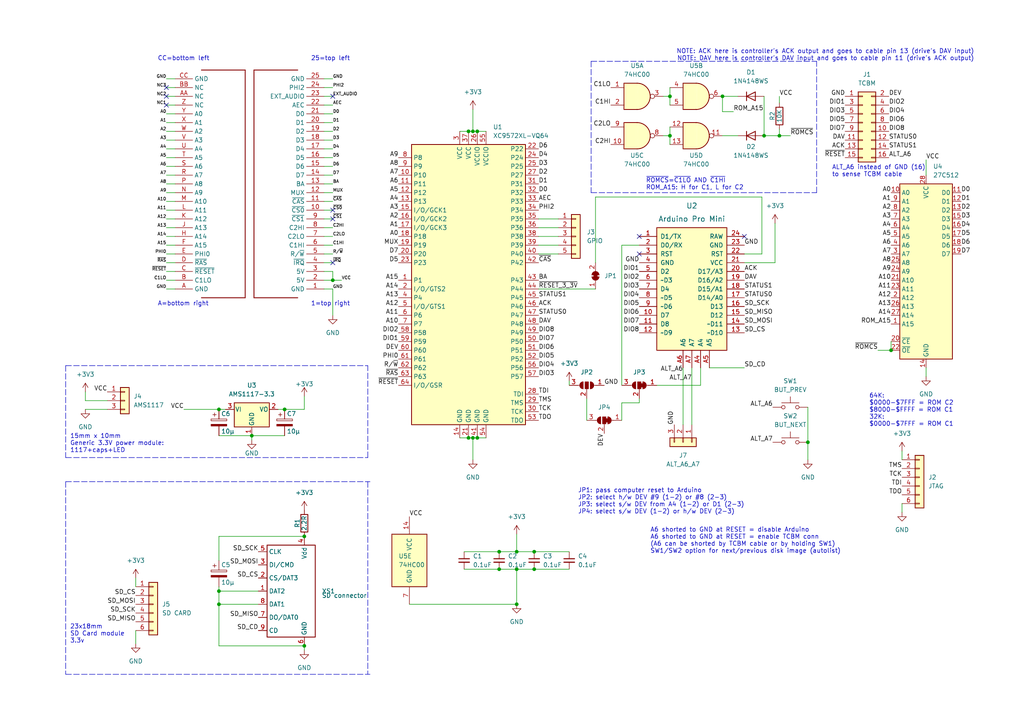
<source format=kicad_sch>
(kicad_sch (version 20211123) (generator eeschema)
  (paper "A4")
  (title_block (title "tcbm2sd") (date "2024-08-24") (rev "1.2") (company "YTM Enterprises") (comment 1 "Maciej Witkowiak <ytm@elysium.pl>"))
  (junction (at 137.16 38.1))
  (junction (at 258.445 101.6))
  (junction (at 144.78 165.1))
  (junction (at 138.43 127))
  (junction (at 221.615 39.37))
  (junction (at 135.89 38.1))
  (junction (at 226.06 39.37))
  (junction (at 73.025 126.365))
  (junction (at 63.5 175.26))
  (junction (at 63.5 118.745))
  (junction (at 194.31 39.37))
  (junction (at 154.94 165.1))
  (junction (at 194.31 27.94))
  (junction (at 209.55 27.94))
  (junction (at 88.265 187.325))
  (junction (at 154.94 160.02))
  (junction (at 234.315 128.27))
  (junction (at 144.78 160.02))
  (junction (at 138.43 38.1))
  (junction (at 63.5 171.45))
  (junction (at 149.86 160.02))
  (junction (at 135.89 127))
  (junction (at 149.86 165.1))
  (junction (at 137.16 127))
  (junction (at 149.86 175.26))
  (junction (at 82.55 118.745))
  (junction (at 96.52 81.28))
  (junction (at 88.265 155.575))
  (no_connect (at 185.42 68.58))
  (no_connect (at 48.26 30.48))
  (no_connect (at 96.52 63.5))
  (no_connect (at 215.9 68.58))
  (no_connect (at 48.26 27.94))
  (no_connect (at 96.52 60.96))
  (no_connect (at 185.42 73.66))
  (no_connect (at 96.52 76.2))
  (no_connect (at 48.26 25.4))
  (no_connect (at 96.52 27.94))
  (wire (pts (xy 50.8 43.18) (xy 48.26 43.18)))
  (wire (pts (xy 180.34 116.84) (xy 185.42 116.84)))
  (wire (pts (xy 50.8 71.12) (xy 48.26 71.12)))
  (wire (pts (xy 50.8 66.04) (xy 48.26 66.04)))
  (wire (pts (xy 170.18 115.57) (xy 170.18 121.92)))
  (wire (pts (xy 50.8 33.02) (xy 48.26 33.02)))
  (wire (pts (xy 50.8 35.56) (xy 48.26 35.56)))
  (wire (pts (xy 194.31 39.37) (xy 194.31 41.91)))
  (wire (pts (xy 221.615 27.94) (xy 221.615 39.37)))
  (wire (pts (xy 93.98 27.94) (xy 96.52 27.94)))
  (wire (pts (xy 93.98 81.28) (xy 96.52 81.28)))
  (wire (pts (xy 50.8 53.34) (xy 48.26 53.34)))
  (wire (pts (xy 138.43 38.1) (xy 140.97 38.1)))
  (wire (pts (xy 50.8 40.64) (xy 48.26 40.64)))
  (wire (pts (xy 93.98 78.74) (xy 96.52 78.74)))
  (wire (pts (xy 93.98 22.86) (xy 96.52 22.86)))
  (wire (pts (xy 93.98 71.12) (xy 96.52 71.12)))
  (wire (pts (xy 133.35 127) (xy 135.89 127)))
  (wire (pts (xy 93.98 73.66) (xy 96.52 73.66)))
  (wire (pts (xy 93.98 50.8) (xy 96.52 50.8)))
  (wire (pts (xy 93.98 30.48) (xy 96.52 30.48)))
  (polyline (pts (xy 106.68 139.7) (xy 106.68 195.58)))
  (wire (pts (xy 261.62 130.81) (xy 261.62 133.35)))
  (wire (pts (xy 138.43 127) (xy 140.97 127)))
  (wire (pts (xy 93.98 60.96) (xy 96.52 60.96)))
  (wire (pts (xy 50.8 58.42) (xy 48.26 58.42)))
  (wire (pts (xy 73.025 127.635) (xy 73.025 126.365)))
  (polyline (pts (xy 19.05 139.7) (xy 107.315 139.7)))
  (wire (pts (xy 185.42 71.12) (xy 180.34 71.12)))
  (wire (pts (xy 149.86 154.94) (xy 149.86 160.02)))
  (wire (pts (xy 63.5 118.745) (xy 65.405 118.745)))
  (wire (pts (xy 226.06 27.94) (xy 226.06 29.845)))
  (wire (pts (xy 209.55 27.94) (xy 213.995 27.94)))
  (wire (pts (xy 63.5 126.365) (xy 73.025 126.365)))
  (wire (pts (xy 93.98 38.1) (xy 96.52 38.1)))
  (wire (pts (xy 53.34 118.745) (xy 63.5 118.745)))
  (wire (pts (xy 63.5 187.325) (xy 63.5 175.26)))
  (wire (pts (xy 135.89 127) (xy 137.16 127)))
  (wire (pts (xy 93.98 35.56) (xy 96.52 35.56)))
  (wire (pts (xy 135.89 38.1) (xy 137.16 38.1)))
  (wire (pts (xy 63.5 155.575) (xy 88.265 155.575)))
  (wire (pts (xy 144.78 160.02) (xy 149.86 160.02)))
  (wire (pts (xy 144.78 165.1) (xy 149.86 165.1)))
  (wire (pts (xy 220.98 73.66) (xy 215.9 73.66)))
  (wire (pts (xy 93.98 58.42) (xy 96.52 58.42)))
  (wire (pts (xy 93.98 48.26) (xy 96.52 48.26)))
  (wire (pts (xy 137.16 31.75) (xy 137.16 38.1)))
  (wire (pts (xy 50.8 50.8) (xy 48.26 50.8)))
  (wire (pts (xy 74.93 171.45) (xy 63.5 171.45)))
  (wire (pts (xy 48.26 73.66) (xy 50.8 73.66)))
  (wire (pts (xy 24.765 118.745) (xy 31.115 118.745)))
  (wire (pts (xy 39.37 182.88) (xy 39.37 186.69)))
  (wire (pts (xy 198.12 106.68) (xy 198.12 123.19)))
  (wire (pts (xy 172.72 57.15) (xy 220.98 57.15)))
  (wire (pts (xy 93.98 25.4) (xy 96.52 25.4)))
  (wire (pts (xy 268.605 106.68) (xy 268.605 109.22)))
  (wire (pts (xy 50.8 63.5) (xy 48.26 63.5)))
  (wire (pts (xy 194.31 36.83) (xy 194.31 39.37)))
  (wire (pts (xy 48.26 81.28) (xy 50.8 81.28)))
  (wire (pts (xy 156.21 63.5) (xy 161.925 63.5)))
  (wire (pts (xy 180.34 71.12) (xy 180.34 111.76)))
  (wire (pts (xy 74.93 175.26) (xy 63.5 175.26)))
  (polyline (pts (xy 19.05 106.045) (xy 106.68 106.045)))
  (wire (pts (xy 88.265 187.325) (xy 63.5 187.325)))
  (wire (pts (xy 205.74 106.68) (xy 215.9 106.68)))
  (wire (pts (xy 165.1 110.49) (xy 165.1 111.76)))
  (wire (pts (xy 258.445 99.06) (xy 258.445 101.6)))
  (wire (pts (xy 48.26 76.2) (xy 50.8 76.2)))
  (wire (pts (xy 93.98 63.5) (xy 96.52 63.5)))
  (wire (pts (xy 134.62 165.1) (xy 144.78 165.1)))
  (wire (pts (xy 88.265 118.745) (xy 88.265 114.935)))
  (wire (pts (xy 154.94 165.1) (xy 165.1 165.1)))
  (wire (pts (xy 63.5 171.45) (xy 63.5 175.26)))
  (wire (pts (xy 48.26 30.48) (xy 50.8 30.48)))
  (wire (pts (xy 50.8 55.88) (xy 48.26 55.88)))
  (wire (pts (xy 50.8 68.58) (xy 48.26 68.58)))
  (wire (pts (xy 149.86 165.1) (xy 154.94 165.1)))
  (wire (pts (xy 203.2 106.68) (xy 203.2 111.76)))
  (wire (pts (xy 93.98 66.04) (xy 96.52 66.04)))
  (wire (pts (xy 209.55 32.385) (xy 212.725 32.385)))
  (wire (pts (xy 156.21 71.12) (xy 161.925 71.12)))
  (wire (pts (xy 194.31 27.94) (xy 194.31 30.48)))
  (wire (pts (xy 96.52 78.74) (xy 96.52 81.28)))
  (wire (pts (xy 137.16 127) (xy 137.16 133.35)))
  (wire (pts (xy 149.86 165.1) (xy 149.86 175.26)))
  (polyline (pts (xy 19.05 195.58) (xy 107.315 195.58)))
  (wire (pts (xy 209.55 27.94) (xy 209.55 32.385)))
  (wire (pts (xy 226.06 39.37) (xy 229.235 39.37)))
  (wire (pts (xy 192.405 27.94) (xy 194.31 27.94)))
  (wire (pts (xy 156.21 66.04) (xy 161.925 66.04)))
  (wire (pts (xy 63.5 170.18) (xy 63.5 171.45)))
  (wire (pts (xy 93.98 76.2) (xy 96.52 76.2)))
  (wire (pts (xy 93.98 53.34) (xy 96.52 53.34)))
  (polyline (pts (xy 236.855 55.88) (xy 236.855 17.78)))
  (wire (pts (xy 80.645 118.745) (xy 82.55 118.745)))
  (wire (pts (xy 156.21 68.58) (xy 161.925 68.58)))
  (wire (pts (xy 88.265 187.325) (xy 88.265 188.595)))
  (wire (pts (xy 50.8 60.96) (xy 48.26 60.96)))
  (wire (pts (xy 156.21 83.82) (xy 172.72 83.82)))
  (wire (pts (xy 50.8 45.72) (xy 48.26 45.72)))
  (polyline (pts (xy 19.05 106.045) (xy 19.05 132.715)))
  (wire (pts (xy 118.745 175.26) (xy 149.86 175.26)))
  (wire (pts (xy 137.16 38.1) (xy 138.43 38.1)))
  (polyline (pts (xy 171.45 17.78) (xy 236.855 17.78)))
  (wire (pts (xy 137.16 127) (xy 138.43 127)))
  (wire (pts (xy 93.98 45.72) (xy 96.52 45.72)))
  (wire (pts (xy 221.615 39.37) (xy 226.06 39.37)))
  (wire (pts (xy 39.37 167.64) (xy 39.37 170.18)))
  (wire (pts (xy 50.8 48.26) (xy 48.26 48.26)))
  (wire (pts (xy 24.765 113.665) (xy 24.765 116.205)))
  (wire (pts (xy 215.9 76.2) (xy 224.79 76.2)))
  (wire (pts (xy 96.52 83.82) (xy 96.52 91.44)))
  (wire (pts (xy 24.765 116.205) (xy 31.115 116.205)))
  (polyline (pts (xy 19.05 139.7) (xy 19.05 195.58)))
  (wire (pts (xy 185.42 116.84) (xy 185.42 115.57)))
  (polyline (pts (xy 171.45 55.88) (xy 236.855 55.88)))
  (wire (pts (xy 63.5 162.56) (xy 63.5 155.575)))
  (wire (pts (xy 149.86 160.02) (xy 154.94 160.02)))
  (wire (pts (xy 220.98 57.15) (xy 220.98 73.66)))
  (wire (pts (xy 268.605 46.355) (xy 268.605 50.8)))
  (wire (pts (xy 200.66 106.68) (xy 200.66 123.19)))
  (wire (pts (xy 226.06 39.37) (xy 226.06 37.465)))
  (wire (pts (xy 133.35 38.1) (xy 135.89 38.1)))
  (wire (pts (xy 93.98 68.58) (xy 96.52 68.58)))
  (wire (pts (xy 96.52 81.28) (xy 99.06 81.28)))
  (polyline (pts (xy 106.68 132.715) (xy 106.68 106.045)))
  (wire (pts (xy 224.79 76.2) (xy 224.79 64.77)))
  (wire (pts (xy 209.55 39.37) (xy 213.995 39.37)))
  (wire (pts (xy 93.98 33.02) (xy 96.52 33.02)))
  (wire (pts (xy 73.025 126.365) (xy 82.55 126.365)))
  (wire (pts (xy 50.8 22.86) (xy 48.26 22.86)))
  (wire (pts (xy 156.21 73.66) (xy 161.925 73.66)))
  (wire (pts (xy 93.98 83.82) (xy 96.52 83.82)))
  (wire (pts (xy 93.98 55.88) (xy 96.52 55.88)))
  (wire (pts (xy 261.62 146.05) (xy 261.62 148.59)))
  (wire (pts (xy 50.8 83.82) (xy 48.26 83.82)))
  (wire (pts (xy 234.315 118.11) (xy 234.315 128.27)))
  (wire (pts (xy 194.31 27.94) (xy 194.31 25.4)))
  (wire (pts (xy 93.98 43.18) (xy 96.52 43.18)))
  (wire (pts (xy 254.635 101.6) (xy 258.445 101.6)))
  (wire (pts (xy 154.94 160.02) (xy 165.1 160.02)))
  (polyline (pts (xy 171.45 17.78) (xy 171.45 55.88)))
  (wire (pts (xy 234.315 128.27) (xy 234.315 133.35)))
  (wire (pts (xy 93.98 40.64) (xy 96.52 40.64)))
  (polyline (pts (xy 19.05 132.715) (xy 106.68 132.715)))
  (wire (pts (xy 48.26 25.4) (xy 50.8 25.4)))
  (wire (pts (xy 48.26 27.94) (xy 50.8 27.94)))
  (wire (pts (xy 190.5 111.76) (xy 203.2 111.76)))
  (wire (pts (xy 50.8 78.74) (xy 48.26 78.74)))
  (wire (pts (xy 172.72 57.15) (xy 172.72 76.2)))
  (wire (pts (xy 180.34 116.84) (xy 180.34 121.92)))
  (wire (pts (xy 134.62 160.02) (xy 144.78 160.02)))
  (wire (pts (xy 192.405 39.37) (xy 194.31 39.37)))
  (wire (pts (xy 82.55 118.745) (xy 88.265 118.745)))
  (wire (pts (xy 50.8 38.1) (xy 48.26 38.1)))
  (text "ALT_A6 instead of GND (16)\nto sense TCBM cable" (at 241.3 51.435 0) (effects (font (size 1.27 1.27)) (justify left bottom)))
  (text "15mm x 10mm\nGeneric 3.3V power module:\n1117+caps+LED" (at 20.32 131.445 0) (effects (font (size 1.27 1.27)) (justify left bottom)))
  (text "A=bottom right" (at 45.72 88.9 0) (effects (font (size 1.27 1.27)) (justify left bottom)))
  (text "JP1: pass computer reset to Arduino\nJP2: select h/w DEV #9 (1-2) or #8 (2-3)\nJP3: select s/w DEV from A4 (1-2) or D1 (2-3)\nJP4: select s/w DEV (1-2) or h/w DEV (2-3)\n" (at 167.64 149.225 0) (effects (font (size 1.27 1.27)) (justify left bottom)))
  (text "A6 shorted to GND at RESET = disable Arduino\nA6 shorted to GND at RESET = enable TCBM conn\n(A6 can be shorted by TCBM cable or by holding SW1)\nSW1/SW2 option for next/previous disk image (autolist)" (at 188.595 160.655 0) (effects (font (size 1.27 1.27)) (justify left bottom)))
  (text "NOTE: ACK here is controller's ACK output and goes to cable pin 13 (drive's DAV input)\nNOTE: DAV here is controller's DAV input and goes to cable pin 11 (drive's ACK output)\n" (at 282.575 17.78 180) (effects (font (size 1.27 1.27)) (justify right bottom)))
  (text "1=top right" (at 90.17 88.9 0) (effects (font (size 1.27 1.27)) (justify left bottom)))
  (text "CC=bottom left" (at 45.72 17.78 0) (effects (font (size 1.27 1.27)) (justify left bottom)))
  (text "25=top left" (at 90.17 17.78 0) (effects (font (size 1.27 1.27)) (justify left bottom)))
  (text "~{ROMCS}=~{C1LO} AND ~{C1HI}\nROM_A15: H for C1, L for C2" (at 187.325 55.245 0) (effects (font (size 1.27 1.27)) (justify left bottom)))
  (text "23x18mm\nSD Card module\n3.3v" (at 20.32 186.69 0) (effects (font (size 1.27 1.27)) (justify left bottom)))
  (text "64K:\n$0000-$7FFF = ROM C2\n$8000-$FFFF = ROM C1\n32K:\n$0000-$7FFF = ROM C1\n" (at 252.095 123.825 0) (effects (font (size 1.27 1.27)) (justify left bottom)))
  (label "GND" (at 215.9 71.12 0))
  (label "STATUS0" (at 257.81 40.64 0))
  (label "GND" (at 185.42 76.2 180))
  (label "A3" (at 48.26 40.64 180) (effects (font (size 0.889 0.889))))
  (label "DIO8" (at 185.42 96.52 180))
  (label "DIO7" (at 185.42 93.98 180))
  (label "~{CS0}" (at 96.52 60.96 0) (effects (font (size 0.889 0.889))))
  (label "TDO" (at 156.21 121.92 0))
  (label "C1HI" (at 96.52 71.12 0) (effects (font (size 0.889 0.889))))
  (label "A10" (at 115.57 93.98 180))
  (label "D0" (at 278.765 55.88 0))
  (label "DEV" (at 257.81 27.94 0))
  (label "DIO7" (at 156.21 99.06 0))
  (label "D1" (at 96.52 35.56 0) (effects (font (size 0.889 0.889))))
  (label "~{CS1}" (at 96.52 63.5 0) (effects (font (size 0.889 0.889))))
  (label "GND" (at 48.26 83.82 180) (effects (font (size 0.889 0.889))))
  (label "A1" (at 115.57 66.04 180))
  (label "D6" (at 96.52 48.26 0) (effects (font (size 0.889 0.889))))
  (label "SD_CD" (at 74.93 182.88 180))
  (label "NC3" (at 48.26 25.4 180) (effects (font (size 0.889 0.889))))
  (label "STATUS1" (at 215.9 83.82 0))
  (label "TCK" (at 156.21 119.38 0))
  (label "GND" (at 195.58 123.19 90))
  (label "A15" (at 115.57 81.28 180))
  (label "D2" (at 278.765 60.96 0))
  (label "A7" (at 115.57 50.8 180))
  (label "DIO6" (at 185.42 91.44 180))
  (label "DIO1" (at 185.42 78.74 180))
  (label "DIO8" (at 156.21 96.52 0))
  (label "C1LO" (at 177.165 25.4 180))
  (label "DIO3" (at 245.11 33.02 180))
  (label "STATUS0" (at 215.9 86.36 0))
  (label "DAV" (at 245.11 40.64 180))
  (label "A1" (at 48.26 35.56 180) (effects (font (size 0.889 0.889))))
  (label "DIO4" (at 257.81 33.02 0))
  (label "D3" (at 156.21 48.26 0))
  (label "~{ROMCS}" (at 229.235 39.37 0))
  (label "A14" (at 48.26 68.58 180) (effects (font (size 0.889 0.889))))
  (label "A7" (at 258.445 73.66 180))
  (label "A2" (at 258.445 60.96 180))
  (label "PHI2" (at 156.21 60.96 0))
  (label "BA" (at 156.21 81.28 0))
  (label "C2HI" (at 96.52 66.04 0) (effects (font (size 0.889 0.889))))
  (label "VCC" (at 31.115 113.665 180))
  (label "~{CAS}" (at 156.21 76.2 0))
  (label "D4" (at 96.52 43.18 0) (effects (font (size 0.889 0.889))))
  (label "DEV" (at 115.57 101.6 180))
  (label "~{RAS}" (at 48.26 76.2 180) (effects (font (size 0.889 0.889))))
  (label "GND" (at 96.52 22.86 0) (effects (font (size 0.889 0.889))))
  (label "D1" (at 156.21 53.34 0))
  (label "~{RESET}" (at 48.26 78.74 180) (effects (font (size 0.889 0.889))))
  (label "SD_SCK" (at 39.37 177.8 180))
  (label "A11" (at 258.445 83.82 180))
  (label "D4" (at 278.765 66.04 0))
  (label "ALT_A6" (at 257.81 45.72 0))
  (label "DEV" (at 175.26 125.73 270))
  (label "A0" (at 48.26 33.02 180) (effects (font (size 0.889 0.889))))
  (label "~{ROMCS}" (at 254.635 101.6 180))
  (label "ROM_A15" (at 212.725 32.385 0))
  (label "AEC" (at 156.21 58.42 0))
  (label "D6" (at 156.21 43.18 0))
  (label "MUX" (at 96.52 55.88 0) (effects (font (size 0.889 0.889))))
  (label "~{RESET}" (at 115.57 111.76 180))
  (label "STATUS1" (at 257.81 43.18 0))
  (label "D2" (at 156.21 50.8 0))
  (label "DIO1" (at 245.11 30.48 180))
  (label "DIO3" (at 156.21 109.22 0))
  (label "A2" (at 48.26 38.1 180) (effects (font (size 0.889 0.889))))
  (label "A4" (at 115.57 58.42 180))
  (label "TMS" (at 156.21 116.84 0))
  (label "D3" (at 278.765 63.5 0))
  (label "DIO4" (at 156.21 106.68 0))
  (label "A0" (at 258.445 55.88 180))
  (label "~{RESET}" (at 245.11 45.72 180))
  (label "ACK" (at 156.21 88.9 0))
  (label "~{RESET_3_3V}" (at 156.21 83.82 0))
  (label "D5" (at 115.57 76.2 180))
  (label "ALT_A6" (at 224.155 118.11 180))
  (label "SD_MOSI" (at 74.93 163.83 180))
  (label "~{IRQ}" (at 96.52 76.2 0) (effects (font (size 0.889 0.889))))
  (label "A1" (at 258.445 58.42 180))
  (label "PHI0" (at 48.26 73.66 180) (effects (font (size 0.889 0.889))))
  (label "A14" (at 115.57 83.82 180))
  (label "GND" (at 245.11 27.94 180))
  (label "DIO4" (at 185.42 86.36 180))
  (label "TDO" (at 261.62 143.51 180))
  (label "A6" (at 258.445 71.12 180))
  (label "DAV" (at 156.21 93.98 0))
  (label "ALT_A6" (at 198.12 107.95 180))
  (label "DIO5" (at 185.42 88.9 180))
  (label "ACK" (at 215.9 78.74 0))
  (label "ALT_A7" (at 224.155 128.27 180))
  (label "NC2" (at 48.26 27.94 180) (effects (font (size 0.889 0.889))))
  (label "A10" (at 258.445 81.28 180))
  (label "SD_MOSI" (at 39.37 175.26 180))
  (label "A9" (at 115.57 45.72 180))
  (label "C2LO" (at 177.165 36.83 180))
  (label "GND" (at 48.26 22.86 180) (effects (font (size 0.889 0.889))))
  (label "A6" (at 115.57 53.34 180))
  (label "DIO2" (at 257.81 30.48 0))
  (label "A9" (at 258.445 78.74 180))
  (label "A0" (at 115.57 68.58 180))
  (label "D6" (at 278.765 71.12 0))
  (label "A13" (at 48.26 66.04 180) (effects (font (size 0.889 0.889))))
  (label "D0" (at 156.21 55.88 0))
  (label "A4" (at 258.445 66.04 180))
  (label "C1LO" (at 48.26 81.28 180) (effects (font (size 0.889 0.889))))
  (label "A12" (at 115.57 88.9 180))
  (label "PHI0" (at 115.57 104.14 180))
  (label "D5" (at 278.765 68.58 0))
  (label "SD_MISO" (at 74.93 179.07 180))
  (label "TMS" (at 261.62 135.89 180))
  (label "~{RAS}" (at 115.57 109.22 180))
  (label "D7" (at 96.52 50.8 0) (effects (font (size 0.889 0.889))))
  (label "TDI" (at 261.62 140.97 180))
  (label "A5" (at 115.57 55.88 180))
  (label "D0" (at 96.52 33.02 0) (effects (font (size 0.889 0.889))))
  (label "SD_CD" (at 215.9 106.68 0))
  (label "AEC" (at 96.52 30.48 0) (effects (font (size 0.889 0.889))))
  (label "A3" (at 258.445 63.5 180))
  (label "VCC" (at 99.06 81.28 0) (effects (font (size 0.889 0.889))))
  (label "DIO8" (at 257.81 38.1 0))
  (label "A14" (at 258.445 91.44 180))
  (label "D1" (at 278.765 58.42 0))
  (label "DIO2" (at 115.57 96.52 180))
  (label "A7" (at 48.26 50.8 180) (effects (font (size 0.889 0.889))))
  (label "A15" (at 48.26 71.12 180) (effects (font (size 0.889 0.889))))
  (label "PHI2" (at 96.52 25.4 0) (effects (font (size 0.889 0.889))))
  (label "A3" (at 115.57 60.96 180))
  (label "DIO3" (at 185.42 83.82 180))
  (label "SD_MISO" (at 39.37 180.34 180))
  (label "A13" (at 115.57 86.36 180))
  (label "A8" (at 115.57 48.26 180))
  (label "STATUS0" (at 156.21 91.44 0))
  (label "A8" (at 258.445 76.2 180))
  (label "GND" (at 175.26 111.76 0))
  (label "TDI" (at 156.21 114.3 0))
  (label "SD_SCK" (at 74.93 160.02 180))
  (label "ACK" (at 245.11 43.18 180))
  (label "A4" (at 48.26 43.18 180) (effects (font (size 0.889 0.889))))
  (label "C2HI" (at 177.165 41.91 180))
  (label "VCC" (at 268.605 46.355 0))
  (label "D3" (at 96.52 40.64 0) (effects (font (size 0.889 0.889))))
  (label "A5" (at 258.445 68.58 180))
  (label "C1HI" (at 177.165 30.48 180))
  (label "DIO5" (at 156.21 104.14 0))
  (label "GND" (at 96.52 83.82 0) (effects (font (size 0.889 0.889))))
  (label "A11" (at 115.57 91.44 180))
  (label "DIO6" (at 156.21 101.6 0))
  (label "A12" (at 48.26 63.5 180) (effects (font (size 0.889 0.889))))
  (label "TCK" (at 261.62 138.43 180))
  (label "MUX" (at 115.57 71.12 180))
  (label "R{slash}~{W}" (at 115.57 106.68 180))
  (label "DIO2" (at 185.42 81.28 180))
  (label "SD_MISO" (at 215.9 91.44 0))
  (label "D5" (at 96.52 45.72 0) (effects (font (size 0.889 0.889))))
  (label "VCC" (at 118.745 149.86 0))
  (label "A9" (at 48.26 55.88 180) (effects (font (size 0.889 0.889))))
  (label "STATUS1" (at 156.21 86.36 0))
  (label "D4" (at 156.21 45.72 0))
  (label "SD_CS" (at 74.93 167.64 180))
  (label "A11" (at 48.26 60.96 180) (effects (font (size 0.889 0.889))))
  (label "A6" (at 48.26 48.26 180) (effects (font (size 0.889 0.889))))
  (label "VCC" (at 226.06 27.94 0))
  (label "VCC" (at 53.34 118.745 180))
  (label "C2LO" (at 96.52 68.58 0) (effects (font (size 0.889 0.889))))
  (label "DIO1" (at 115.57 99.06 180))
  (label "DIO5" (at 245.11 35.56 180))
  (label "SD_CS" (at 39.37 172.72 180))
  (label "BA" (at 96.52 53.34 0) (effects (font (size 0.889 0.889))))
  (label "SD_MOSI" (at 215.9 93.98 0))
  (label "A2" (at 115.57 63.5 180))
  (label "A13" (at 258.445 88.9 180))
  (label "A8" (at 48.26 53.34 180) (effects (font (size 0.889 0.889))))
  (label "NC1" (at 48.26 30.48 180) (effects (font (size 0.889 0.889))))
  (label "SD_SCK" (at 215.9 88.9 0))
  (label "ALT_A7" (at 200.66 110.49 180))
  (label "D7" (at 115.57 73.66 180))
  (label "SD_CS" (at 215.9 96.52 0))
  (label "R{slash}~{W}" (at 96.52 73.66 0) (effects (font (size 0.889 0.889))))
  (label "~{CAS}" (at 96.52 58.42 0) (effects (font (size 0.889 0.889))))
  (label "D2" (at 96.52 38.1 0) (effects (font (size 0.889 0.889))))
  (label "EXT_AUDIO" (at 96.52 27.94 0) (effects (font (size 0.889 0.889))))
  (label "DIO7" (at 245.11 38.1 180))
  (label "D7" (at 278.765 73.66 0))
  (label "ROM_A15" (at 258.445 93.98 180))
  (label "A12" (at 258.445 86.36 180))
  (label "A5" (at 48.26 45.72 180) (effects (font (size 0.889 0.889))))
  (label "A10" (at 48.26 58.42 180) (effects (font (size 0.889 0.889))))
  (label "DAV" (at 215.9 81.28 0))
  (label "DIO6" (at 257.81 35.56 0))
  (symbol (lib_id "Device:C_Polarized") (at 63.5 122.555 0) (unit 1)
    (property "Reference" "C6" (at 64.135 120.015 0) (effects (justify left)))
    (property "Value" "10µ" (at 64.135 125.095 0) (effects (justify left)))
    (property "Footprint" "Capacitor_Tantalum_SMD:CP_EIA-3216-12_Kemet-S_Pad1.58x1.35mm_HandSolder" (effects hide))
    (property "JLCPCB Part #" "C1969735" (effects hide))
  )
  (symbol (lib_id "Regulator_Linear:AMS1117-3.3") (at 73.025 118.745 0) (unit 1)
    (property "Reference" "U3" (at 73.025 111.76 0))
    (property "Value" "AMS1117-3.3" (at 73.025 114.3 0))
    (property "Footprint" "Package_TO_SOT_SMD:SOT-223-3_TabPin2" (effects hide))
    (property "Datasheet" "http://www.advanced-monolithic.com/pdf/ds1117.pdf" (effects hide))
    (property "JLCPCB Part #" "C6186" (effects hide))
    (property "Manf" "Advanced Monolithic Systems" (effects hide))
    (property "Manf#" "AMS1117-3.3" (effects hide))
  )
  (symbol (lib_id "Jumper:SolderJumper_3_Open") (at 170.18 111.76 0) (mirror y) (unit 1)
    (property "Reference" "JP2" (at 170.18 107.95 0))
    (property "Value" "SolderJumper_3_Open" (effects hide))
    (property "Footprint" "Jumper:SolderJumper-3_P1.3mm_Open_Pad1.0x1.5mm_NumberLabels" (effects hide))
  )
  (symbol (lib_id "power:+3V3") (at 165.1 110.49 0) (unit 1)
    (property "Reference" "#PWR07" (effects hide))
    (property "Value" "+3V3" (at 165.1 105.41 0))
  )
  (symbol (lib_id "power:GND") (at 73.025 127.635 0) (unit 1)
    (property "Reference" "#PWR012" (effects hide))
    (property "Value" "GND" (at 73.025 131.445 0))
  )
  (symbol (lib_id "Diode:1N4148WS") (at 217.805 27.94 0) (unit 1)
    (property "Reference" "D1" (at 217.805 20.955 0))
    (property "Value" "1N4148WS" (at 217.805 23.495 0))
    (property "Footprint" "Diode_SMD:D_SOD-323" (effects hide))
    (property "Datasheet" "https://www.vishay.com/docs/85751/1n4148ws.pdf" (effects hide))
    (property "JLCPCB Part #" "C2128" (effects hide))
  )
  (symbol (lib_id "power:GND") (at 234.315 133.35 0) (unit 1)
    (property "Reference" "#PWR015" (effects hide))
    (property "Value" "GND" (at 234.315 138.43 0))
  )
  (symbol (lib_id "Connector_Generic:Conn_01x03") (at 36.195 116.205 0) (unit 1)
    (property "Reference" "J4" (at 38.735 114.9349 0) (effects (justify left)))
    (property "Value" "AMS1117" (at 38.735 117.4749 0) (effects (justify left)))
    (property "Footprint" "Connector_PinHeader_2.54mm:PinHeader_1x03_P2.54mm_Vertical" (effects hide))
  )
  (symbol (lib_id "Device:C_Small") (at 154.94 162.56 0) (unit 1)
    (property "Reference" "C3" (at 157.48 161.2962 0) (effects (justify left)))
    (property "Value" "0.1uF" (at 157.48 163.8362 0) (effects (justify left)))
    (property "Footprint" "Capacitor_SMD:C_0805_2012Metric_Pad1.18x1.45mm_HandSolder" (effects hide))
    (property "JLCPCB Part #" "C49678" (effects hide))
  )
  (symbol (lib_id "Connector_Generic:Conn_01x03") (at 198.12 128.27 270) (unit 1)
    (property "Reference" "J7" (at 198.12 132.08 90))
    (property "Value" "ALT_A6_A7" (at 198.12 134.62 90))
    (property "Footprint" "Connector_PinHeader_2.54mm:PinHeader_1x03_P2.54mm_Vertical" (effects hide))
  )
  (symbol (lib_id "Device:C_Small") (at 144.78 162.56 0) (unit 1)
    (property "Reference" "C2" (at 147.32 161.2962 0) (effects (justify left)))
    (property "Value" "0.1uF" (at 147.32 163.8362 0) (effects (justify left)))
    (property "Footprint" "Capacitor_SMD:C_0805_2012Metric_Pad1.18x1.45mm_HandSolder" (effects hide))
    (property "JLCPCB Part #" "C49678" (effects hide))
  )
  (symbol (lib_id "Device:C_Polarized") (at 82.55 122.555 0) (unit 1)
    (property "Reference" "C7" (at 83.185 120.015 0) (effects (justify left)))
    (property "Value" "10µ" (at 83.185 125.095 0) (effects (justify left)))
    (property "Footprint" "Capacitor_Tantalum_SMD:CP_EIA-3216-12_Kemet-S_Pad1.58x1.35mm_HandSolder" (effects hide))
    (property "JLCPCB Part #" "C1969735" (effects hide))
  )
  (symbol (lib_id "power:+3V3") (at 39.37 167.64 0) (unit 1)
    (property "Reference" "#PWR05" (effects hide))
    (property "Value" "+3V3" (at 39.37 162.56 0))
  )
  (symbol (lib_id "Connector_Generic:Conn_01x06") (at 266.7 138.43 0) (unit 1)
    (property "Reference" "J2" (at 269.24 138.4299 0) (effects (justify left)))
    (property "Value" "JTAG" (at 269.24 140.9699 0) (effects (justify left)))
    (property "Footprint" "Connector_PinHeader_2.54mm:PinHeader_1x06_P2.54mm_Vertical" (effects hide))
  )
  (symbol (lib_id "power:+3V3") (at 24.765 113.665 0) (unit 1)
    (property "Reference" "#PWR0105" (effects hide))
    (property "Value" "+3V3" (at 24.765 108.585 0))
  )
  (symbol (lib_id "power:GND") (at 261.62 148.59 0) (unit 1)
    (property "Reference" "#PWR03" (effects hide))
    (property "Value" "GND" (at 261.62 153.67 0))
  )
  (symbol (lib_id "Device:C_Polarized") (at 63.5 166.37 0) (unit 1)
    (property "Reference" "C5" (at 64.135 163.83 0) (effects (justify left)))
    (property "Value" "10µ" (at 64.135 168.91 0) (effects (justify left)))
    (property "Footprint" "Capacitor_Tantalum_SMD:CP_EIA-3216-12_Kemet-S_Pad1.58x1.35mm_HandSolder" (effects hide))
    (property "JLCPCB Part #" "C1969735" (effects hide))
  )
  (symbol (lib_id "power:GND") (at 268.605 109.22 0) (unit 1)
    (property "Reference" "#PWR014" (effects hide))
    (property "Value" "GND" (at 268.605 114.3 0))
  )
  (symbol (lib_id "power:+3V3") (at 88.265 114.935 0) (unit 1)
    (property "Reference" "#PWR013" (effects hide))
    (property "Value" "+3V3" (at 88.265 111.379 0))
  )
  (symbol (lib_id "Connector_Generic:Conn_01x05") (at 167.005 68.58 0) (unit 1)
    (property "Reference" "J3" (at 170.18 67.3099 0) (effects (justify left)))
    (property "Value" "GPIO" (at 170.18 69.8499 0) (effects (justify left)))
    (property "Footprint" "Connector_PinHeader_2.54mm:PinHeader_1x05_P2.54mm_Vertical" (effects hide))
  )
  (symbol (lib_id "Device:R") (at 226.06 33.655 180) (unit 1)
    (property "Reference" "R2" (at 224.028 33.655 90))
    (property "Value" "10K" (at 226.06 33.655 90))
    (property "Footprint" "Resistor_SMD:R_0805_2012Metric_Pad1.20x1.40mm_HandSolder" (effects hide))
    (property "JLCPCB Part #" "C17414" (effects hide))
  )
  (symbol (lib_id "tcbm2sd:C16_CARTRIDGE") (at 101.6 50.8 0) (unit 1)
    (property "Reference" "U$1" (effects hide))
    (property "Value" "C16_CARTRIDGE" (effects hide))
    (property "Footprint" "c264-magic-cart-rev1:C16_CART" (effects hide))
  )
  (symbol (lib_id "74xx:74HC00") (at 184.785 27.94 0) (unit 1)
    (property "Reference" "U5" (at 184.785 19.05 0))
    (property "Value" "74HC00" (at 184.785 21.59 0))
    (property "Footprint" "Package_SO:SO-14_3.9x8.65mm_P1.27mm" (effects hide))
    (property "Datasheet" "http://www.ti.com/lit/gpn/sn74hc00" (effects hide))
    (property "JLCPCB Part #" "C5586" (effects hide))
    (property "Manf" "Nexperia" (effects hide))
    (property "Manf#" "74HC00D,653" (effects hide))
  )
  (symbol (lib_id "Jumper:SolderJumper_2_Bridged") (at 172.72 80.01 90) (unit 1)
    (property "Reference" "JP1" (at 175.26 80.0099 90) (effects (justify right)))
    (property "Value" "SolderJumper_2_Bridged" (effects hide))
    (property "Footprint" "Jumper:SolderJumper-2_P1.3mm_Bridged_Pad1.0x1.5mm" (effects hide))
  )
  (symbol (lib_id "power:+3V3") (at 137.16 31.75 0) (unit 1)
    (property "Reference" "#PWR01" (effects hide))
    (property "Value" "+3V3" (at 137.16 26.67 0))
  )
  (symbol (lib_id "power:+3V3") (at 149.86 154.94 0) (unit 1)
    (property "Reference" "#PWR08" (effects hide))
    (property "Value" "+3V3" (at 149.86 149.86 0))
  )
  (symbol (lib_id "power:GND") (at 137.16 133.35 0) (unit 1)
    (property "Reference" "#PWR0103" (effects hide))
    (property "Value" "GND" (at 137.16 138.43 0))
  )
  (symbol (lib_id "Device:C_Small") (at 165.1 162.56 0) (unit 1)
    (property "Reference" "C4" (at 167.64 161.2962 0) (effects (justify left)))
    (property "Value" "0.1uF" (at 167.64 163.8362 0) (effects (justify left)))
    (property "Footprint" "Capacitor_SMD:C_0805_2012Metric_Pad1.18x1.45mm_HandSolder" (effects hide))
    (property "JLCPCB Part #" "C49678" (effects hide))
  )
  (symbol (lib_id "Device:R") (at 88.265 151.765 180) (unit 1)
    (property "Reference" "R1" (at 86.233 151.765 90))
    (property "Value" "2.2R" (at 88.265 151.765 90))
    (property "Footprint" "Resistor_SMD:R_0805_2012Metric_Pad1.20x1.40mm_HandSolder" (effects hide))
    (property "JLCPCB Part #" "C17521" (effects hide))
  )
  (symbol (lib_id "74xx:74HC00") (at 184.785 39.37 0) (unit 3)
    (property "Reference" "U5" (at 184.785 45.085 0))
    (property "Value" "74HC00" (at 184.785 47.625 0))
    (property "Footprint" "Package_SO:SO-14_3.9x8.65mm_P1.27mm" (effects hide))
    (property "Datasheet" "http://www.ti.com/lit/gpn/sn74hc00" (effects hide))
    (property "JLCPCB Part #" "C5586" (effects hide))
    (property "Manf" "Nexperia" (effects hide))
    (property "Manf#" "74HC00D,653" (effects hide))
  )
  (symbol (lib_id "Switch:SW_Push") (at 229.235 128.27 0) (unit 1)
    (property "Reference" "SW2" (at 229.235 120.65 0))
    (property "Value" "BUT_NEXT" (at 229.235 123.19 0))
    (property "Footprint" "Button_Switch_THT:SW_PUSH_6mm" (effects hide))
  )
  (symbol (lib_id "74xx:74HC00") (at 118.745 162.56 0) (unit 5)
    (property "Reference" "U5" (at 115.57 161.29 0) (effects (justify left)))
    (property "Value" "74HC00" (at 115.57 163.83 0) (effects (justify left)))
    (property "Footprint" "Package_SO:SO-14_3.9x8.65mm_P1.27mm" (effects hide))
    (property "Datasheet" "http://www.ti.com/lit/gpn/sn74hc00" (effects hide))
    (property "JLCPCB Part #" "C5586" (effects hide))
    (property "Manf" "Nexperia" (effects hide))
    (property "Manf#" "74HC00D,653" (effects hide))
  )
  (symbol (lib_id "power:GND") (at 149.86 175.26 0) (unit 1)
    (property "Reference" "#PWR09" (effects hide))
    (property "Value" "GND" (at 149.86 180.34 0))
  )
  (symbol (lib_id "power:GND") (at 88.265 188.595 0) (unit 1)
    (property "Reference" "#PWR011" (effects hide))
    (property "Value" "GND" (at 88.265 193.675 0))
  )
  (symbol (lib_id "Jumper:SolderJumper_3_Bridged12") (at 185.42 111.76 0) (mirror y) (unit 1)
    (property "Reference" "JP3" (at 185.42 107.95 0))
    (property "Value" "SolderJumper_3_Bridged12" (effects hide))
    (property "Footprint" "Jumper:SolderJumper-3_P1.3mm_Bridged12_Pad1.0x1.5mm_NumberLabels" (effects hide))
  )
  (symbol (lib_id "power:GND") (at 24.765 118.745 0) (unit 1)
    (property "Reference" "#PWR0104" (effects hide))
    (property "Value" "GND" (at 24.765 123.825 0))
  )
  (symbol (lib_id "Arduino:Arduino_Pro_Mini") (at 200.66 83.82 0) (unit 1)
    (property "Reference" "U2" (at 200.66 59.69 0) (effects (font (size 1.524 1.524))))
    (property "Value" "Arduino Pro Mini" (at 200.66 63.5 0) (effects (font (size 1.524 1.524))))
    (property "Footprint" "Arduino:Arduino_Pro_Mini" (effects hide))
    (property "Datasheet" "https://www.sparkfun.com/products/11113" (effects hide))
  )
  (symbol (lib_id "Jumper:SolderJumper_3_Bridged12") (at 175.26 121.92 0) (mirror y) (unit 1)
    (property "Reference" "JP4" (at 175.26 118.11 0))
    (property "Value" "SolderJumper_3_Bridged12" (effects hide))
    (property "Footprint" "Jumper:SolderJumper-3_P1.3mm_Bridged12_Pad1.0x1.5mm_NumberLabels" (effects hide))
  )
  (symbol (lib_id "Connector_Generic:Conn_01x06") (at 44.45 175.26 0) (unit 1)
    (property "Reference" "J5" (at 46.99 175.2599 0) (effects (justify left)))
    (property "Value" "SD CARD" (at 46.99 177.7999 0) (effects (justify left)))
    (property "Footprint" "Connector_PinHeader_2.54mm:PinHeader_1x06_P2.54mm_Vertical" (effects hide))
  )
  (symbol (lib_id "CPLD_Xilinx:XC9572XL-VQ64") (at 135.89 81.28 0) (unit 1)
    (property "Reference" "U1" (at 142.9894 36.83 0) (effects (justify left)))
    (property "Value" "XC9572XL-VQ64" (at 142.9894 39.37 0) (effects (justify left)))
    (property "Footprint" "Package_QFP:TQFP-64_10x10mm_P0.5mm" (effects hide))
    (property "Datasheet" "http://www.xilinx.com/support/documentation/data_sheets/ds057.pdf" (effects hide))
    (property "JLCPCB Part #" "C90569" (effects hide))
    (property "Manf" "AMD/XILINX" (effects hide))
    (property "Manf#" "XC9572XL-10VQG64C" (effects hide))
  )
  (symbol (lib_id "Switch:SW_Push") (at 229.235 118.11 0) (unit 1)
    (property "Reference" "SW1" (at 229.235 110.49 0))
    (property "Value" "BUT_PREV" (at 229.235 113.03 0))
    (property "Footprint" "Button_Switch_THT:SW_PUSH_6mm" (effects hide))
  )
  (symbol (lib_id "Device:C_Small") (at 134.62 162.56 0) (unit 1)
    (property "Reference" "C1" (at 137.16 161.2962 0) (effects (justify left)))
    (property "Value" "0.1uF" (at 137.16 163.8362 0) (effects (justify left)))
    (property "Footprint" "Capacitor_SMD:C_0805_2012Metric_Pad1.18x1.45mm_HandSolder" (effects hide))
    (property "JLCPCB Part #" "C49678" (effects hide))
  )
  (symbol (lib_id "Memory_EPROM:27C512") (at 268.605 78.74 0) (unit 1)
    (property "Reference" "U4" (at 270.6244 48.26 0) (effects (justify left)))
    (property "Value" "27C512" (at 270.6244 50.8 0) (effects (justify left)))
    (property "Footprint" "Package_DIP:DIP-28_W15.24mm_Socket" (effects hide))
    (property "Datasheet" "http://ww1.microchip.com/downloads/en/DeviceDoc/doc0015.pdf" (effects hide))
  )
  (symbol (lib_id "power:GND") (at 39.37 186.69 0) (unit 1)
    (property "Reference" "#PWR06" (effects hide))
    (property "Value" "GND" (at 39.37 191.77 0))
  )
  (symbol (lib_id "74xx:74HC00") (at 201.93 27.94 0) (unit 2)
    (property "Reference" "U5" (at 201.93 19.05 0))
    (property "Value" "74HC00" (at 201.93 21.59 0))
    (property "Footprint" "Package_SO:SO-14_3.9x8.65mm_P1.27mm" (effects hide))
    (property "Datasheet" "http://www.ti.com/lit/gpn/sn74hc00" (effects hide))
    (property "JLCPCB Part #" "C5586" (effects hide))
    (property "Manf" "Nexperia" (effects hide))
    (property "Manf#" "74HC00D,653" (effects hide))
  )
  (symbol (lib_id "Diode:1N4148WS") (at 217.805 39.37 0) (unit 1)
    (property "Reference" "D2" (at 217.805 42.545 0))
    (property "Value" "1N4148WS" (at 217.805 45.085 0))
    (property "Footprint" "Diode_SMD:D_SOD-323" (effects hide))
    (property "Datasheet" "https://www.vishay.com/docs/85751/1n4148ws.pdf" (effects hide))
    (property "JLCPCB Part #" "C2128" (effects hide))
  )
  (symbol (lib_id "power:+3V3") (at 261.62 130.81 0) (unit 1)
    (property "Reference" "#PWR02" (effects hide))
    (property "Value" "+3V3" (at 261.62 125.73 0))
  )
  (symbol (lib_id "uSD_push-push_ebay:SD_ebay-uSD-push{slash}push_SMD") (at 84.455 171.45 0) (mirror y) (unit 1)
    (property "Reference" "XS1" (at 93.345 171.4499 0) (effects (justify right)))
    (property "Value" "SD connector" (at 93.345 172.7199 0) (effects (justify right)))
    (property "Footprint" "SD2IECplug:Conn_uSDcard" (effects hide))
    (property "Datasheet" "https://wmsc.lcsc.com/wmsc/upload/file/pdf/v2/lcsc/2308181409_SHOU-HAN-TF-CARD-H1-8_C7529389.pdf" (effects hide))
    (property "Manf#" "TF-CARD H1.8" (effects hide))
    (property "Manf" "SHOU HAN" (effects hide))
    (property "JLCPCB Part #" "C7529389" (effects hide))
  )
  (symbol (lib_id "power:+3V3") (at 88.265 147.955 0) (unit 1)
    (property "Reference" "#PWR010" (effects hide))
    (property "Value" "+3V3" (at 88.265 142.875 0))
  )
  (symbol (lib_id "power:GND") (at 96.52 91.44 0) (unit 1)
    (property "Reference" "#PWR0101" (effects hide))
    (property "Value" "GND" (at 96.52 96.52 0))
  )
  (symbol (lib_id "Connector_Generic:Conn_02x08_Odd_Even") (at 250.19 35.56 0) (unit 1)
    (property "Reference" "J1" (at 251.46 21.59 0))
    (property "Value" "TCBM" (at 251.46 24.13 0))
    (property "Footprint" "Connector_PinHeader_2.54mm:PinHeader_2x08_P2.54mm_Vertical" (effects hide))
  )
  (symbol (lib_id "power:+3V3") (at 224.79 64.77 0) (unit 1)
    (property "Reference" "#PWR04" (effects hide))
    (property "Value" "+3V3" (at 224.79 59.69 0))
  )
  (symbol (lib_id "74xx:74HC00") (at 201.93 39.37 0) (unit 4)
    (property "Reference" "U5" (at 201.93 45.085 0))
    (property "Value" "74HC00" (at 201.93 47.625 0))
    (property "Footprint" "Package_SO:SO-14_3.9x8.65mm_P1.27mm" (effects hide))
    (property "Datasheet" "http://www.ti.com/lit/gpn/sn74hc00" (effects hide))
    (property "JLCPCB Part #" "C5586" (effects hide))
    (property "Manf" "Nexperia" (effects hide))
    (property "Manf#" "74HC00D,653" (effects hide))
  )
)
</source>
